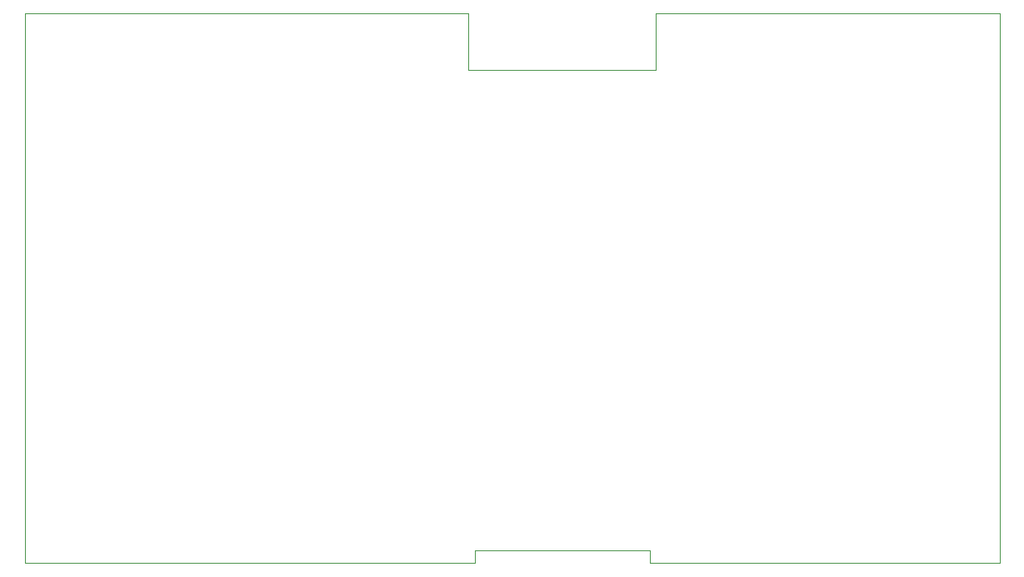
<source format=gbr>
%TF.GenerationSoftware,KiCad,Pcbnew,(5.1.9)-1*%
%TF.CreationDate,2021-02-16T00:19:24-06:00*%
%TF.ProjectId,fujinet-devkit-shield,66756a69-6e65-4742-9d64-65766b69742d,1.0*%
%TF.SameCoordinates,Original*%
%TF.FileFunction,Profile,NP*%
%FSLAX46Y46*%
G04 Gerber Fmt 4.6, Leading zero omitted, Abs format (unit mm)*
G04 Created by KiCad (PCBNEW (5.1.9)-1) date 2021-02-16 00:19:24*
%MOMM*%
%LPD*%
G01*
G04 APERTURE LIST*
%TA.AperFunction,Profile*%
%ADD10C,0.050000*%
%TD*%
G04 APERTURE END LIST*
D10*
X104140000Y-57150000D02*
X149225000Y-57150000D01*
X168275000Y-57150000D02*
X203200000Y-57150000D01*
X167640000Y-113030000D02*
X203200000Y-113030000D01*
X104140000Y-113030000D02*
X149860000Y-113030000D01*
X203200000Y-113030000D02*
X203200000Y-57150000D01*
X104140000Y-113030000D02*
X104140000Y-57150000D01*
X149860000Y-111760000D02*
X167640000Y-111760000D01*
X168275000Y-62865000D02*
X168275000Y-57150000D01*
X149225000Y-62865000D02*
X168275000Y-62865000D01*
X149225000Y-57150000D02*
X149225000Y-62865000D01*
X167640000Y-111760000D02*
X167640000Y-113030000D01*
X149860000Y-113030000D02*
X149860000Y-111760000D01*
M02*

</source>
